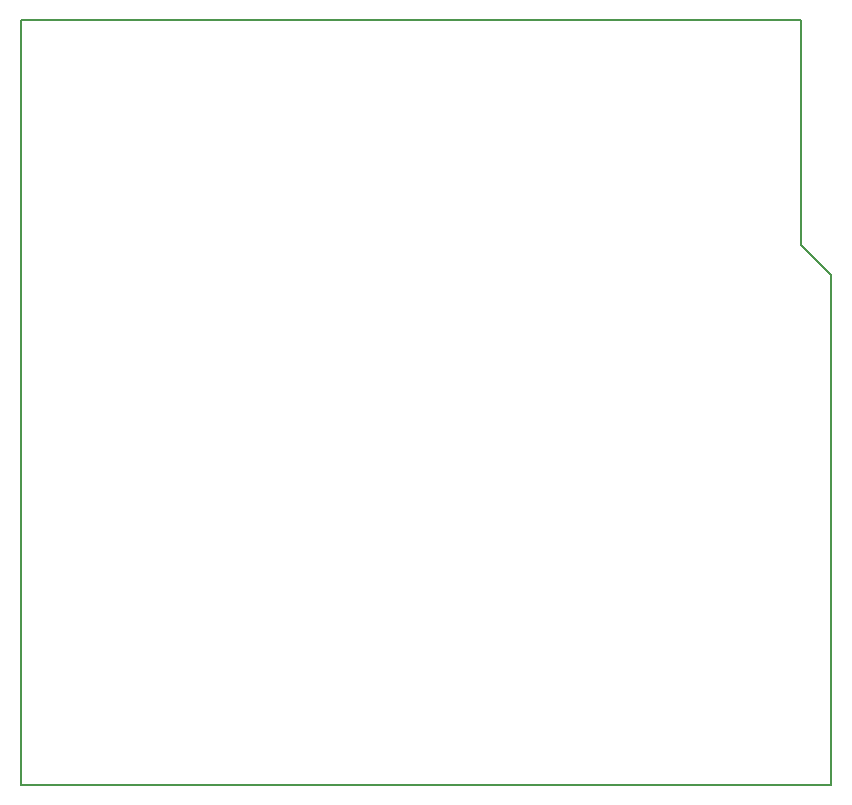
<source format=gbr>
%TF.GenerationSoftware,KiCad,Pcbnew,7.0.9*%
%TF.CreationDate,2023-12-13T07:18:37+01:00*%
%TF.ProjectId,MOSHield,4d4f5348-6965-46c6-942e-6b696361645f,rev?*%
%TF.SameCoordinates,Original*%
%TF.FileFunction,Profile,NP*%
%FSLAX46Y46*%
G04 Gerber Fmt 4.6, Leading zero omitted, Abs format (unit mm)*
G04 Created by KiCad (PCBNEW 7.0.9) date 2023-12-13 07:18:37*
%MOMM*%
%LPD*%
G01*
G04 APERTURE LIST*
%TA.AperFunction,Profile*%
%ADD10C,0.150000*%
%TD*%
G04 APERTURE END LIST*
D10*
X166040000Y-59360000D02*
X168580000Y-61900000D01*
X168580000Y-61900000D02*
X168580000Y-96190000D01*
X168580000Y-105080000D02*
X100000000Y-105080000D01*
X100000000Y-105080000D02*
X100000000Y-40310000D01*
X100000000Y-40310000D02*
X166040000Y-40310000D01*
X166040000Y-40310000D02*
X166040000Y-49200000D01*
X166040000Y-49200000D02*
X166040000Y-59360000D01*
X168580000Y-96190000D02*
X168580000Y-105080000D01*
M02*

</source>
